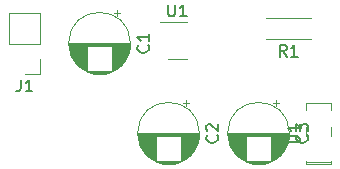
<source format=gbr>
G04 #@! TF.GenerationSoftware,KiCad,Pcbnew,5.1.5*
G04 #@! TF.CreationDate,2020-03-21T09:27:07+08:00*
G04 #@! TF.ProjectId,ece445_kicad,65636534-3435-45f6-9b69-6361642e6b69,rev?*
G04 #@! TF.SameCoordinates,Original*
G04 #@! TF.FileFunction,Legend,Top*
G04 #@! TF.FilePolarity,Positive*
%FSLAX46Y46*%
G04 Gerber Fmt 4.6, Leading zero omitted, Abs format (unit mm)*
G04 Created by KiCad (PCBNEW 5.1.5) date 2020-03-21 09:27:07*
%MOMM*%
%LPD*%
G04 APERTURE LIST*
%ADD10C,0.100000*%
%ADD11C,0.120000*%
%ADD12C,0.150000*%
G04 APERTURE END LIST*
D10*
X54902000Y-30556000D02*
X53302000Y-30556000D01*
X54902000Y-27356000D02*
X52602000Y-27356000D01*
D11*
X65420000Y-27020000D02*
X61580000Y-27020000D01*
X65420000Y-28860000D02*
X61580000Y-28860000D01*
X42478000Y-31810000D02*
X41148000Y-31810000D01*
X42478000Y-30480000D02*
X42478000Y-31810000D01*
X42478000Y-29210000D02*
X39818000Y-29210000D01*
X39818000Y-29210000D02*
X39818000Y-26610000D01*
X42478000Y-29210000D02*
X42478000Y-26610000D01*
X42478000Y-26610000D02*
X39818000Y-26610000D01*
X64980000Y-39270000D02*
X67100000Y-39270000D01*
X64980000Y-34270000D02*
X67100000Y-34270000D01*
X64980000Y-39390000D02*
X67100000Y-39390000D01*
X67100000Y-34830000D02*
X67100000Y-34270000D01*
X67100000Y-37020000D02*
X67100000Y-36289000D01*
X67100000Y-39390000D02*
X67100000Y-39180000D01*
X64980000Y-34830000D02*
X64980000Y-34270000D01*
X64980000Y-37020000D02*
X64980000Y-36289000D01*
X64980000Y-39390000D02*
X64980000Y-39180000D01*
X62685000Y-34255225D02*
X62185000Y-34255225D01*
X62435000Y-34005225D02*
X62435000Y-34505225D01*
X61244000Y-39411000D02*
X60676000Y-39411000D01*
X61478000Y-39371000D02*
X60442000Y-39371000D01*
X61637000Y-39331000D02*
X60283000Y-39331000D01*
X61765000Y-39291000D02*
X60155000Y-39291000D01*
X61875000Y-39251000D02*
X60045000Y-39251000D01*
X61971000Y-39211000D02*
X59949000Y-39211000D01*
X62058000Y-39171000D02*
X59862000Y-39171000D01*
X62138000Y-39131000D02*
X59782000Y-39131000D01*
X59920000Y-39091000D02*
X59709000Y-39091000D01*
X62211000Y-39091000D02*
X62000000Y-39091000D01*
X59920000Y-39051000D02*
X59641000Y-39051000D01*
X62279000Y-39051000D02*
X62000000Y-39051000D01*
X59920000Y-39011000D02*
X59577000Y-39011000D01*
X62343000Y-39011000D02*
X62000000Y-39011000D01*
X59920000Y-38971000D02*
X59517000Y-38971000D01*
X62403000Y-38971000D02*
X62000000Y-38971000D01*
X59920000Y-38931000D02*
X59460000Y-38931000D01*
X62460000Y-38931000D02*
X62000000Y-38931000D01*
X59920000Y-38891000D02*
X59406000Y-38891000D01*
X62514000Y-38891000D02*
X62000000Y-38891000D01*
X59920000Y-38851000D02*
X59355000Y-38851000D01*
X62565000Y-38851000D02*
X62000000Y-38851000D01*
X59920000Y-38811000D02*
X59307000Y-38811000D01*
X62613000Y-38811000D02*
X62000000Y-38811000D01*
X59920000Y-38771000D02*
X59261000Y-38771000D01*
X62659000Y-38771000D02*
X62000000Y-38771000D01*
X59920000Y-38731000D02*
X59217000Y-38731000D01*
X62703000Y-38731000D02*
X62000000Y-38731000D01*
X59920000Y-38691000D02*
X59175000Y-38691000D01*
X62745000Y-38691000D02*
X62000000Y-38691000D01*
X59920000Y-38651000D02*
X59134000Y-38651000D01*
X62786000Y-38651000D02*
X62000000Y-38651000D01*
X59920000Y-38611000D02*
X59096000Y-38611000D01*
X62824000Y-38611000D02*
X62000000Y-38611000D01*
X59920000Y-38571000D02*
X59059000Y-38571000D01*
X62861000Y-38571000D02*
X62000000Y-38571000D01*
X59920000Y-38531000D02*
X59023000Y-38531000D01*
X62897000Y-38531000D02*
X62000000Y-38531000D01*
X59920000Y-38491000D02*
X58989000Y-38491000D01*
X62931000Y-38491000D02*
X62000000Y-38491000D01*
X59920000Y-38451000D02*
X58956000Y-38451000D01*
X62964000Y-38451000D02*
X62000000Y-38451000D01*
X59920000Y-38411000D02*
X58925000Y-38411000D01*
X62995000Y-38411000D02*
X62000000Y-38411000D01*
X59920000Y-38371000D02*
X58895000Y-38371000D01*
X63025000Y-38371000D02*
X62000000Y-38371000D01*
X59920000Y-38331000D02*
X58865000Y-38331000D01*
X63055000Y-38331000D02*
X62000000Y-38331000D01*
X59920000Y-38291000D02*
X58838000Y-38291000D01*
X63082000Y-38291000D02*
X62000000Y-38291000D01*
X59920000Y-38251000D02*
X58811000Y-38251000D01*
X63109000Y-38251000D02*
X62000000Y-38251000D01*
X59920000Y-38211000D02*
X58785000Y-38211000D01*
X63135000Y-38211000D02*
X62000000Y-38211000D01*
X59920000Y-38171000D02*
X58760000Y-38171000D01*
X63160000Y-38171000D02*
X62000000Y-38171000D01*
X59920000Y-38131000D02*
X58736000Y-38131000D01*
X63184000Y-38131000D02*
X62000000Y-38131000D01*
X59920000Y-38091000D02*
X58713000Y-38091000D01*
X63207000Y-38091000D02*
X62000000Y-38091000D01*
X59920000Y-38051000D02*
X58692000Y-38051000D01*
X63228000Y-38051000D02*
X62000000Y-38051000D01*
X59920000Y-38011000D02*
X58670000Y-38011000D01*
X63250000Y-38011000D02*
X62000000Y-38011000D01*
X59920000Y-37971000D02*
X58650000Y-37971000D01*
X63270000Y-37971000D02*
X62000000Y-37971000D01*
X59920000Y-37931000D02*
X58631000Y-37931000D01*
X63289000Y-37931000D02*
X62000000Y-37931000D01*
X59920000Y-37891000D02*
X58612000Y-37891000D01*
X63308000Y-37891000D02*
X62000000Y-37891000D01*
X59920000Y-37851000D02*
X58595000Y-37851000D01*
X63325000Y-37851000D02*
X62000000Y-37851000D01*
X59920000Y-37811000D02*
X58578000Y-37811000D01*
X63342000Y-37811000D02*
X62000000Y-37811000D01*
X59920000Y-37771000D02*
X58562000Y-37771000D01*
X63358000Y-37771000D02*
X62000000Y-37771000D01*
X59920000Y-37731000D02*
X58546000Y-37731000D01*
X63374000Y-37731000D02*
X62000000Y-37731000D01*
X59920000Y-37691000D02*
X58532000Y-37691000D01*
X63388000Y-37691000D02*
X62000000Y-37691000D01*
X59920000Y-37651000D02*
X58518000Y-37651000D01*
X63402000Y-37651000D02*
X62000000Y-37651000D01*
X59920000Y-37611000D02*
X58505000Y-37611000D01*
X63415000Y-37611000D02*
X62000000Y-37611000D01*
X59920000Y-37571000D02*
X58492000Y-37571000D01*
X63428000Y-37571000D02*
X62000000Y-37571000D01*
X59920000Y-37531000D02*
X58480000Y-37531000D01*
X63440000Y-37531000D02*
X62000000Y-37531000D01*
X59920000Y-37490000D02*
X58469000Y-37490000D01*
X63451000Y-37490000D02*
X62000000Y-37490000D01*
X59920000Y-37450000D02*
X58459000Y-37450000D01*
X63461000Y-37450000D02*
X62000000Y-37450000D01*
X59920000Y-37410000D02*
X58449000Y-37410000D01*
X63471000Y-37410000D02*
X62000000Y-37410000D01*
X59920000Y-37370000D02*
X58440000Y-37370000D01*
X63480000Y-37370000D02*
X62000000Y-37370000D01*
X59920000Y-37330000D02*
X58432000Y-37330000D01*
X63488000Y-37330000D02*
X62000000Y-37330000D01*
X59920000Y-37290000D02*
X58424000Y-37290000D01*
X63496000Y-37290000D02*
X62000000Y-37290000D01*
X59920000Y-37250000D02*
X58417000Y-37250000D01*
X63503000Y-37250000D02*
X62000000Y-37250000D01*
X59920000Y-37210000D02*
X58410000Y-37210000D01*
X63510000Y-37210000D02*
X62000000Y-37210000D01*
X59920000Y-37170000D02*
X58404000Y-37170000D01*
X63516000Y-37170000D02*
X62000000Y-37170000D01*
X59920000Y-37130000D02*
X58399000Y-37130000D01*
X63521000Y-37130000D02*
X62000000Y-37130000D01*
X59920000Y-37090000D02*
X58395000Y-37090000D01*
X63525000Y-37090000D02*
X62000000Y-37090000D01*
X59920000Y-37050000D02*
X58391000Y-37050000D01*
X63529000Y-37050000D02*
X62000000Y-37050000D01*
X63533000Y-37010000D02*
X58387000Y-37010000D01*
X63536000Y-36970000D02*
X58384000Y-36970000D01*
X63538000Y-36930000D02*
X58382000Y-36930000D01*
X63539000Y-36890000D02*
X58381000Y-36890000D01*
X63540000Y-36850000D02*
X58380000Y-36850000D01*
X63540000Y-36810000D02*
X58380000Y-36810000D01*
X63580000Y-36810000D02*
G75*
G03X63580000Y-36810000I-2620000J0D01*
G01*
X55065000Y-34255225D02*
X54565000Y-34255225D01*
X54815000Y-34005225D02*
X54815000Y-34505225D01*
X53624000Y-39411000D02*
X53056000Y-39411000D01*
X53858000Y-39371000D02*
X52822000Y-39371000D01*
X54017000Y-39331000D02*
X52663000Y-39331000D01*
X54145000Y-39291000D02*
X52535000Y-39291000D01*
X54255000Y-39251000D02*
X52425000Y-39251000D01*
X54351000Y-39211000D02*
X52329000Y-39211000D01*
X54438000Y-39171000D02*
X52242000Y-39171000D01*
X54518000Y-39131000D02*
X52162000Y-39131000D01*
X52300000Y-39091000D02*
X52089000Y-39091000D01*
X54591000Y-39091000D02*
X54380000Y-39091000D01*
X52300000Y-39051000D02*
X52021000Y-39051000D01*
X54659000Y-39051000D02*
X54380000Y-39051000D01*
X52300000Y-39011000D02*
X51957000Y-39011000D01*
X54723000Y-39011000D02*
X54380000Y-39011000D01*
X52300000Y-38971000D02*
X51897000Y-38971000D01*
X54783000Y-38971000D02*
X54380000Y-38971000D01*
X52300000Y-38931000D02*
X51840000Y-38931000D01*
X54840000Y-38931000D02*
X54380000Y-38931000D01*
X52300000Y-38891000D02*
X51786000Y-38891000D01*
X54894000Y-38891000D02*
X54380000Y-38891000D01*
X52300000Y-38851000D02*
X51735000Y-38851000D01*
X54945000Y-38851000D02*
X54380000Y-38851000D01*
X52300000Y-38811000D02*
X51687000Y-38811000D01*
X54993000Y-38811000D02*
X54380000Y-38811000D01*
X52300000Y-38771000D02*
X51641000Y-38771000D01*
X55039000Y-38771000D02*
X54380000Y-38771000D01*
X52300000Y-38731000D02*
X51597000Y-38731000D01*
X55083000Y-38731000D02*
X54380000Y-38731000D01*
X52300000Y-38691000D02*
X51555000Y-38691000D01*
X55125000Y-38691000D02*
X54380000Y-38691000D01*
X52300000Y-38651000D02*
X51514000Y-38651000D01*
X55166000Y-38651000D02*
X54380000Y-38651000D01*
X52300000Y-38611000D02*
X51476000Y-38611000D01*
X55204000Y-38611000D02*
X54380000Y-38611000D01*
X52300000Y-38571000D02*
X51439000Y-38571000D01*
X55241000Y-38571000D02*
X54380000Y-38571000D01*
X52300000Y-38531000D02*
X51403000Y-38531000D01*
X55277000Y-38531000D02*
X54380000Y-38531000D01*
X52300000Y-38491000D02*
X51369000Y-38491000D01*
X55311000Y-38491000D02*
X54380000Y-38491000D01*
X52300000Y-38451000D02*
X51336000Y-38451000D01*
X55344000Y-38451000D02*
X54380000Y-38451000D01*
X52300000Y-38411000D02*
X51305000Y-38411000D01*
X55375000Y-38411000D02*
X54380000Y-38411000D01*
X52300000Y-38371000D02*
X51275000Y-38371000D01*
X55405000Y-38371000D02*
X54380000Y-38371000D01*
X52300000Y-38331000D02*
X51245000Y-38331000D01*
X55435000Y-38331000D02*
X54380000Y-38331000D01*
X52300000Y-38291000D02*
X51218000Y-38291000D01*
X55462000Y-38291000D02*
X54380000Y-38291000D01*
X52300000Y-38251000D02*
X51191000Y-38251000D01*
X55489000Y-38251000D02*
X54380000Y-38251000D01*
X52300000Y-38211000D02*
X51165000Y-38211000D01*
X55515000Y-38211000D02*
X54380000Y-38211000D01*
X52300000Y-38171000D02*
X51140000Y-38171000D01*
X55540000Y-38171000D02*
X54380000Y-38171000D01*
X52300000Y-38131000D02*
X51116000Y-38131000D01*
X55564000Y-38131000D02*
X54380000Y-38131000D01*
X52300000Y-38091000D02*
X51093000Y-38091000D01*
X55587000Y-38091000D02*
X54380000Y-38091000D01*
X52300000Y-38051000D02*
X51072000Y-38051000D01*
X55608000Y-38051000D02*
X54380000Y-38051000D01*
X52300000Y-38011000D02*
X51050000Y-38011000D01*
X55630000Y-38011000D02*
X54380000Y-38011000D01*
X52300000Y-37971000D02*
X51030000Y-37971000D01*
X55650000Y-37971000D02*
X54380000Y-37971000D01*
X52300000Y-37931000D02*
X51011000Y-37931000D01*
X55669000Y-37931000D02*
X54380000Y-37931000D01*
X52300000Y-37891000D02*
X50992000Y-37891000D01*
X55688000Y-37891000D02*
X54380000Y-37891000D01*
X52300000Y-37851000D02*
X50975000Y-37851000D01*
X55705000Y-37851000D02*
X54380000Y-37851000D01*
X52300000Y-37811000D02*
X50958000Y-37811000D01*
X55722000Y-37811000D02*
X54380000Y-37811000D01*
X52300000Y-37771000D02*
X50942000Y-37771000D01*
X55738000Y-37771000D02*
X54380000Y-37771000D01*
X52300000Y-37731000D02*
X50926000Y-37731000D01*
X55754000Y-37731000D02*
X54380000Y-37731000D01*
X52300000Y-37691000D02*
X50912000Y-37691000D01*
X55768000Y-37691000D02*
X54380000Y-37691000D01*
X52300000Y-37651000D02*
X50898000Y-37651000D01*
X55782000Y-37651000D02*
X54380000Y-37651000D01*
X52300000Y-37611000D02*
X50885000Y-37611000D01*
X55795000Y-37611000D02*
X54380000Y-37611000D01*
X52300000Y-37571000D02*
X50872000Y-37571000D01*
X55808000Y-37571000D02*
X54380000Y-37571000D01*
X52300000Y-37531000D02*
X50860000Y-37531000D01*
X55820000Y-37531000D02*
X54380000Y-37531000D01*
X52300000Y-37490000D02*
X50849000Y-37490000D01*
X55831000Y-37490000D02*
X54380000Y-37490000D01*
X52300000Y-37450000D02*
X50839000Y-37450000D01*
X55841000Y-37450000D02*
X54380000Y-37450000D01*
X52300000Y-37410000D02*
X50829000Y-37410000D01*
X55851000Y-37410000D02*
X54380000Y-37410000D01*
X52300000Y-37370000D02*
X50820000Y-37370000D01*
X55860000Y-37370000D02*
X54380000Y-37370000D01*
X52300000Y-37330000D02*
X50812000Y-37330000D01*
X55868000Y-37330000D02*
X54380000Y-37330000D01*
X52300000Y-37290000D02*
X50804000Y-37290000D01*
X55876000Y-37290000D02*
X54380000Y-37290000D01*
X52300000Y-37250000D02*
X50797000Y-37250000D01*
X55883000Y-37250000D02*
X54380000Y-37250000D01*
X52300000Y-37210000D02*
X50790000Y-37210000D01*
X55890000Y-37210000D02*
X54380000Y-37210000D01*
X52300000Y-37170000D02*
X50784000Y-37170000D01*
X55896000Y-37170000D02*
X54380000Y-37170000D01*
X52300000Y-37130000D02*
X50779000Y-37130000D01*
X55901000Y-37130000D02*
X54380000Y-37130000D01*
X52300000Y-37090000D02*
X50775000Y-37090000D01*
X55905000Y-37090000D02*
X54380000Y-37090000D01*
X52300000Y-37050000D02*
X50771000Y-37050000D01*
X55909000Y-37050000D02*
X54380000Y-37050000D01*
X55913000Y-37010000D02*
X50767000Y-37010000D01*
X55916000Y-36970000D02*
X50764000Y-36970000D01*
X55918000Y-36930000D02*
X50762000Y-36930000D01*
X55919000Y-36890000D02*
X50761000Y-36890000D01*
X55920000Y-36850000D02*
X50760000Y-36850000D01*
X55920000Y-36810000D02*
X50760000Y-36810000D01*
X55960000Y-36810000D02*
G75*
G03X55960000Y-36810000I-2620000J0D01*
G01*
X49223000Y-26635225D02*
X48723000Y-26635225D01*
X48973000Y-26385225D02*
X48973000Y-26885225D01*
X47782000Y-31791000D02*
X47214000Y-31791000D01*
X48016000Y-31751000D02*
X46980000Y-31751000D01*
X48175000Y-31711000D02*
X46821000Y-31711000D01*
X48303000Y-31671000D02*
X46693000Y-31671000D01*
X48413000Y-31631000D02*
X46583000Y-31631000D01*
X48509000Y-31591000D02*
X46487000Y-31591000D01*
X48596000Y-31551000D02*
X46400000Y-31551000D01*
X48676000Y-31511000D02*
X46320000Y-31511000D01*
X46458000Y-31471000D02*
X46247000Y-31471000D01*
X48749000Y-31471000D02*
X48538000Y-31471000D01*
X46458000Y-31431000D02*
X46179000Y-31431000D01*
X48817000Y-31431000D02*
X48538000Y-31431000D01*
X46458000Y-31391000D02*
X46115000Y-31391000D01*
X48881000Y-31391000D02*
X48538000Y-31391000D01*
X46458000Y-31351000D02*
X46055000Y-31351000D01*
X48941000Y-31351000D02*
X48538000Y-31351000D01*
X46458000Y-31311000D02*
X45998000Y-31311000D01*
X48998000Y-31311000D02*
X48538000Y-31311000D01*
X46458000Y-31271000D02*
X45944000Y-31271000D01*
X49052000Y-31271000D02*
X48538000Y-31271000D01*
X46458000Y-31231000D02*
X45893000Y-31231000D01*
X49103000Y-31231000D02*
X48538000Y-31231000D01*
X46458000Y-31191000D02*
X45845000Y-31191000D01*
X49151000Y-31191000D02*
X48538000Y-31191000D01*
X46458000Y-31151000D02*
X45799000Y-31151000D01*
X49197000Y-31151000D02*
X48538000Y-31151000D01*
X46458000Y-31111000D02*
X45755000Y-31111000D01*
X49241000Y-31111000D02*
X48538000Y-31111000D01*
X46458000Y-31071000D02*
X45713000Y-31071000D01*
X49283000Y-31071000D02*
X48538000Y-31071000D01*
X46458000Y-31031000D02*
X45672000Y-31031000D01*
X49324000Y-31031000D02*
X48538000Y-31031000D01*
X46458000Y-30991000D02*
X45634000Y-30991000D01*
X49362000Y-30991000D02*
X48538000Y-30991000D01*
X46458000Y-30951000D02*
X45597000Y-30951000D01*
X49399000Y-30951000D02*
X48538000Y-30951000D01*
X46458000Y-30911000D02*
X45561000Y-30911000D01*
X49435000Y-30911000D02*
X48538000Y-30911000D01*
X46458000Y-30871000D02*
X45527000Y-30871000D01*
X49469000Y-30871000D02*
X48538000Y-30871000D01*
X46458000Y-30831000D02*
X45494000Y-30831000D01*
X49502000Y-30831000D02*
X48538000Y-30831000D01*
X46458000Y-30791000D02*
X45463000Y-30791000D01*
X49533000Y-30791000D02*
X48538000Y-30791000D01*
X46458000Y-30751000D02*
X45433000Y-30751000D01*
X49563000Y-30751000D02*
X48538000Y-30751000D01*
X46458000Y-30711000D02*
X45403000Y-30711000D01*
X49593000Y-30711000D02*
X48538000Y-30711000D01*
X46458000Y-30671000D02*
X45376000Y-30671000D01*
X49620000Y-30671000D02*
X48538000Y-30671000D01*
X46458000Y-30631000D02*
X45349000Y-30631000D01*
X49647000Y-30631000D02*
X48538000Y-30631000D01*
X46458000Y-30591000D02*
X45323000Y-30591000D01*
X49673000Y-30591000D02*
X48538000Y-30591000D01*
X46458000Y-30551000D02*
X45298000Y-30551000D01*
X49698000Y-30551000D02*
X48538000Y-30551000D01*
X46458000Y-30511000D02*
X45274000Y-30511000D01*
X49722000Y-30511000D02*
X48538000Y-30511000D01*
X46458000Y-30471000D02*
X45251000Y-30471000D01*
X49745000Y-30471000D02*
X48538000Y-30471000D01*
X46458000Y-30431000D02*
X45230000Y-30431000D01*
X49766000Y-30431000D02*
X48538000Y-30431000D01*
X46458000Y-30391000D02*
X45208000Y-30391000D01*
X49788000Y-30391000D02*
X48538000Y-30391000D01*
X46458000Y-30351000D02*
X45188000Y-30351000D01*
X49808000Y-30351000D02*
X48538000Y-30351000D01*
X46458000Y-30311000D02*
X45169000Y-30311000D01*
X49827000Y-30311000D02*
X48538000Y-30311000D01*
X46458000Y-30271000D02*
X45150000Y-30271000D01*
X49846000Y-30271000D02*
X48538000Y-30271000D01*
X46458000Y-30231000D02*
X45133000Y-30231000D01*
X49863000Y-30231000D02*
X48538000Y-30231000D01*
X46458000Y-30191000D02*
X45116000Y-30191000D01*
X49880000Y-30191000D02*
X48538000Y-30191000D01*
X46458000Y-30151000D02*
X45100000Y-30151000D01*
X49896000Y-30151000D02*
X48538000Y-30151000D01*
X46458000Y-30111000D02*
X45084000Y-30111000D01*
X49912000Y-30111000D02*
X48538000Y-30111000D01*
X46458000Y-30071000D02*
X45070000Y-30071000D01*
X49926000Y-30071000D02*
X48538000Y-30071000D01*
X46458000Y-30031000D02*
X45056000Y-30031000D01*
X49940000Y-30031000D02*
X48538000Y-30031000D01*
X46458000Y-29991000D02*
X45043000Y-29991000D01*
X49953000Y-29991000D02*
X48538000Y-29991000D01*
X46458000Y-29951000D02*
X45030000Y-29951000D01*
X49966000Y-29951000D02*
X48538000Y-29951000D01*
X46458000Y-29911000D02*
X45018000Y-29911000D01*
X49978000Y-29911000D02*
X48538000Y-29911000D01*
X46458000Y-29870000D02*
X45007000Y-29870000D01*
X49989000Y-29870000D02*
X48538000Y-29870000D01*
X46458000Y-29830000D02*
X44997000Y-29830000D01*
X49999000Y-29830000D02*
X48538000Y-29830000D01*
X46458000Y-29790000D02*
X44987000Y-29790000D01*
X50009000Y-29790000D02*
X48538000Y-29790000D01*
X46458000Y-29750000D02*
X44978000Y-29750000D01*
X50018000Y-29750000D02*
X48538000Y-29750000D01*
X46458000Y-29710000D02*
X44970000Y-29710000D01*
X50026000Y-29710000D02*
X48538000Y-29710000D01*
X46458000Y-29670000D02*
X44962000Y-29670000D01*
X50034000Y-29670000D02*
X48538000Y-29670000D01*
X46458000Y-29630000D02*
X44955000Y-29630000D01*
X50041000Y-29630000D02*
X48538000Y-29630000D01*
X46458000Y-29590000D02*
X44948000Y-29590000D01*
X50048000Y-29590000D02*
X48538000Y-29590000D01*
X46458000Y-29550000D02*
X44942000Y-29550000D01*
X50054000Y-29550000D02*
X48538000Y-29550000D01*
X46458000Y-29510000D02*
X44937000Y-29510000D01*
X50059000Y-29510000D02*
X48538000Y-29510000D01*
X46458000Y-29470000D02*
X44933000Y-29470000D01*
X50063000Y-29470000D02*
X48538000Y-29470000D01*
X46458000Y-29430000D02*
X44929000Y-29430000D01*
X50067000Y-29430000D02*
X48538000Y-29430000D01*
X50071000Y-29390000D02*
X44925000Y-29390000D01*
X50074000Y-29350000D02*
X44922000Y-29350000D01*
X50076000Y-29310000D02*
X44920000Y-29310000D01*
X50077000Y-29270000D02*
X44919000Y-29270000D01*
X50078000Y-29230000D02*
X44918000Y-29230000D01*
X50078000Y-29190000D02*
X44918000Y-29190000D01*
X50118000Y-29190000D02*
G75*
G03X50118000Y-29190000I-2620000J0D01*
G01*
D12*
X53310095Y-25908380D02*
X53310095Y-26717904D01*
X53357714Y-26813142D01*
X53405333Y-26860761D01*
X53500571Y-26908380D01*
X53691047Y-26908380D01*
X53786285Y-26860761D01*
X53833904Y-26813142D01*
X53881523Y-26717904D01*
X53881523Y-25908380D01*
X54881523Y-26908380D02*
X54310095Y-26908380D01*
X54595809Y-26908380D02*
X54595809Y-25908380D01*
X54500571Y-26051238D01*
X54405333Y-26146476D01*
X54310095Y-26194095D01*
X63333333Y-30312380D02*
X63000000Y-29836190D01*
X62761904Y-30312380D02*
X62761904Y-29312380D01*
X63142857Y-29312380D01*
X63238095Y-29360000D01*
X63285714Y-29407619D01*
X63333333Y-29502857D01*
X63333333Y-29645714D01*
X63285714Y-29740952D01*
X63238095Y-29788571D01*
X63142857Y-29836190D01*
X62761904Y-29836190D01*
X64285714Y-30312380D02*
X63714285Y-30312380D01*
X64000000Y-30312380D02*
X64000000Y-29312380D01*
X63904761Y-29455238D01*
X63809523Y-29550476D01*
X63714285Y-29598095D01*
X40814666Y-32262380D02*
X40814666Y-32976666D01*
X40767047Y-33119523D01*
X40671809Y-33214761D01*
X40528952Y-33262380D01*
X40433714Y-33262380D01*
X41814666Y-33262380D02*
X41243238Y-33262380D01*
X41528952Y-33262380D02*
X41528952Y-32262380D01*
X41433714Y-32405238D01*
X41338476Y-32500476D01*
X41243238Y-32548095D01*
X64432380Y-37568095D02*
X63432380Y-37568095D01*
X63432380Y-37330000D01*
X63480000Y-37187142D01*
X63575238Y-37091904D01*
X63670476Y-37044285D01*
X63860952Y-36996666D01*
X64003809Y-36996666D01*
X64194285Y-37044285D01*
X64289523Y-37091904D01*
X64384761Y-37187142D01*
X64432380Y-37330000D01*
X64432380Y-37568095D01*
X64432380Y-36044285D02*
X64432380Y-36615714D01*
X64432380Y-36330000D02*
X63432380Y-36330000D01*
X63575238Y-36425238D01*
X63670476Y-36520476D01*
X63718095Y-36615714D01*
X65067142Y-36976666D02*
X65114761Y-37024285D01*
X65162380Y-37167142D01*
X65162380Y-37262380D01*
X65114761Y-37405238D01*
X65019523Y-37500476D01*
X64924285Y-37548095D01*
X64733809Y-37595714D01*
X64590952Y-37595714D01*
X64400476Y-37548095D01*
X64305238Y-37500476D01*
X64210000Y-37405238D01*
X64162380Y-37262380D01*
X64162380Y-37167142D01*
X64210000Y-37024285D01*
X64257619Y-36976666D01*
X64162380Y-36643333D02*
X64162380Y-36024285D01*
X64543333Y-36357619D01*
X64543333Y-36214761D01*
X64590952Y-36119523D01*
X64638571Y-36071904D01*
X64733809Y-36024285D01*
X64971904Y-36024285D01*
X65067142Y-36071904D01*
X65114761Y-36119523D01*
X65162380Y-36214761D01*
X65162380Y-36500476D01*
X65114761Y-36595714D01*
X65067142Y-36643333D01*
X57447142Y-36976666D02*
X57494761Y-37024285D01*
X57542380Y-37167142D01*
X57542380Y-37262380D01*
X57494761Y-37405238D01*
X57399523Y-37500476D01*
X57304285Y-37548095D01*
X57113809Y-37595714D01*
X56970952Y-37595714D01*
X56780476Y-37548095D01*
X56685238Y-37500476D01*
X56590000Y-37405238D01*
X56542380Y-37262380D01*
X56542380Y-37167142D01*
X56590000Y-37024285D01*
X56637619Y-36976666D01*
X56637619Y-36595714D02*
X56590000Y-36548095D01*
X56542380Y-36452857D01*
X56542380Y-36214761D01*
X56590000Y-36119523D01*
X56637619Y-36071904D01*
X56732857Y-36024285D01*
X56828095Y-36024285D01*
X56970952Y-36071904D01*
X57542380Y-36643333D01*
X57542380Y-36024285D01*
X51605142Y-29356666D02*
X51652761Y-29404285D01*
X51700380Y-29547142D01*
X51700380Y-29642380D01*
X51652761Y-29785238D01*
X51557523Y-29880476D01*
X51462285Y-29928095D01*
X51271809Y-29975714D01*
X51128952Y-29975714D01*
X50938476Y-29928095D01*
X50843238Y-29880476D01*
X50748000Y-29785238D01*
X50700380Y-29642380D01*
X50700380Y-29547142D01*
X50748000Y-29404285D01*
X50795619Y-29356666D01*
X51700380Y-28404285D02*
X51700380Y-28975714D01*
X51700380Y-28690000D02*
X50700380Y-28690000D01*
X50843238Y-28785238D01*
X50938476Y-28880476D01*
X50986095Y-28975714D01*
M02*

</source>
